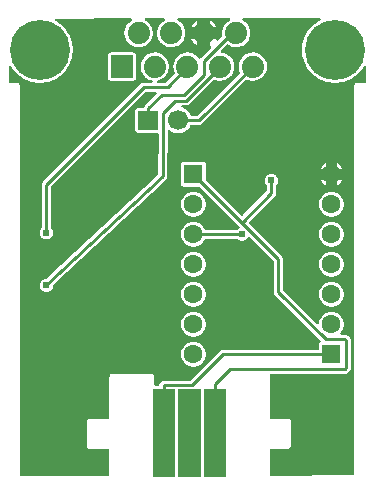
<source format=gbl>
G04 Layer: BottomLayer*
G04 EasyEDA v6.4.14, 2021-02-02T13:22:32--5:00*
G04 91b0255ed1064b2dbadafc5a096163c1,d79a69aa59da4e1fbb9b7d465b79b5da,10*
G04 Gerber Generator version 0.2*
G04 Scale: 100 percent, Rotated: No, Reflected: No *
G04 Dimensions in millimeters *
G04 leading zeros omitted , absolute positions ,4 integer and 5 decimal *
%FSLAX45Y45*%
%MOMM*%

%ADD11C,0.2600*%
%ADD13C,0.6100*%
%ADD14C,0.6150*%
%ADD20R,1.9000X7.5000*%
%ADD22C,1.8796*%
%ADD23C,5.0800*%
%ADD25C,1.7000*%
%ADD26R,1.6000X1.6000*%
%ADD27C,1.6000*%

%LPD*%
G36*
X127355Y25654D02*
G01*
X123494Y26416D01*
X120192Y28651D01*
X117957Y31902D01*
X117195Y35814D01*
X117195Y3326790D01*
X116433Y3333242D01*
X114350Y3338677D01*
X110845Y3343757D01*
X107797Y3346805D01*
X104241Y3349396D01*
X98755Y3351885D01*
X91389Y3353054D01*
X35814Y3353054D01*
X31902Y3353815D01*
X28651Y3356051D01*
X26416Y3359302D01*
X25654Y3363214D01*
X25654Y3488080D01*
X26619Y3492347D01*
X29260Y3495852D01*
X33121Y3497884D01*
X37490Y3498087D01*
X41554Y3496462D01*
X44551Y3493312D01*
X52933Y3479241D01*
X66344Y3460445D01*
X81280Y3442817D01*
X97637Y3426460D01*
X115265Y3411524D01*
X134061Y3398113D01*
X153924Y3386277D01*
X174701Y3376117D01*
X196240Y3367684D01*
X218389Y3361131D01*
X240995Y3356356D01*
X263906Y3353511D01*
X287020Y3352546D01*
X310134Y3353511D01*
X333044Y3356356D01*
X355650Y3361131D01*
X377799Y3367684D01*
X399338Y3376117D01*
X420116Y3386277D01*
X439978Y3398113D01*
X458774Y3411524D01*
X476402Y3426460D01*
X492759Y3442817D01*
X507695Y3460445D01*
X521106Y3479241D01*
X532942Y3499104D01*
X543102Y3519881D01*
X551535Y3541420D01*
X558088Y3563569D01*
X562864Y3586175D01*
X565708Y3609086D01*
X566674Y3632200D01*
X565708Y3655314D01*
X562864Y3678224D01*
X558088Y3700830D01*
X551535Y3722979D01*
X543102Y3744518D01*
X532942Y3765296D01*
X521106Y3785158D01*
X507695Y3803954D01*
X492759Y3821582D01*
X476402Y3837940D01*
X458774Y3852875D01*
X439978Y3866286D01*
X421233Y3877462D01*
X418084Y3880459D01*
X416407Y3884523D01*
X416661Y3888892D01*
X418693Y3892753D01*
X422148Y3895394D01*
X426415Y3896360D01*
X1059078Y3897680D01*
X1063447Y3896664D01*
X1067003Y3893870D01*
X1068984Y3889857D01*
X1069035Y3885336D01*
X1067104Y3881272D01*
X1062888Y3878021D01*
X1050594Y3869893D01*
X1039418Y3860292D01*
X1029512Y3849420D01*
X1020978Y3837432D01*
X1014018Y3824427D01*
X1008684Y3810711D01*
X1005078Y3796436D01*
X1003300Y3781806D01*
X1003300Y3767074D01*
X1005078Y3752443D01*
X1008684Y3738168D01*
X1014018Y3724452D01*
X1020978Y3711448D01*
X1029512Y3699459D01*
X1039418Y3688587D01*
X1050594Y3678986D01*
X1062888Y3670858D01*
X1076045Y3664305D01*
X1089964Y3659378D01*
X1104341Y3656228D01*
X1118971Y3654856D01*
X1133703Y3655314D01*
X1148283Y3657600D01*
X1162456Y3661613D01*
X1176020Y3667353D01*
X1188770Y3674719D01*
X1200505Y3683609D01*
X1211072Y3693871D01*
X1220317Y3705351D01*
X1228039Y3717848D01*
X1234236Y3731209D01*
X1238707Y3745280D01*
X1241399Y3759758D01*
X1242314Y3774440D01*
X1241399Y3789121D01*
X1238707Y3803599D01*
X1234236Y3817670D01*
X1228039Y3831031D01*
X1220317Y3843528D01*
X1211072Y3855008D01*
X1200505Y3865270D01*
X1188770Y3874160D01*
X1180439Y3878986D01*
X1177188Y3881932D01*
X1175512Y3885996D01*
X1175664Y3890365D01*
X1177696Y3894277D01*
X1181201Y3896969D01*
X1185468Y3897934D01*
X1337106Y3898239D01*
X1341475Y3897223D01*
X1345031Y3894429D01*
X1347012Y3890416D01*
X1347012Y3885895D01*
X1345133Y3881831D01*
X1341628Y3878986D01*
X1339748Y3878021D01*
X1327454Y3869893D01*
X1316278Y3860292D01*
X1306372Y3849420D01*
X1297838Y3837432D01*
X1290878Y3824427D01*
X1285544Y3810711D01*
X1281938Y3796436D01*
X1280160Y3781806D01*
X1280160Y3767074D01*
X1281938Y3752443D01*
X1285544Y3738168D01*
X1290878Y3724452D01*
X1297838Y3711448D01*
X1306372Y3699459D01*
X1316278Y3688587D01*
X1327454Y3678986D01*
X1339748Y3670858D01*
X1352905Y3664305D01*
X1366824Y3659378D01*
X1381201Y3656228D01*
X1395831Y3654856D01*
X1410563Y3655314D01*
X1425143Y3657600D01*
X1439316Y3661613D01*
X1452880Y3667353D01*
X1465630Y3674719D01*
X1477365Y3683609D01*
X1487932Y3693871D01*
X1497177Y3705351D01*
X1504899Y3717848D01*
X1511096Y3731209D01*
X1515567Y3745280D01*
X1518259Y3759758D01*
X1519174Y3774440D01*
X1518259Y3789121D01*
X1515567Y3803599D01*
X1511096Y3817670D01*
X1504899Y3831031D01*
X1497177Y3843528D01*
X1487932Y3855008D01*
X1477365Y3865270D01*
X1465630Y3874160D01*
X1456283Y3879545D01*
X1453032Y3882491D01*
X1451356Y3886555D01*
X1451559Y3890924D01*
X1453591Y3894836D01*
X1457045Y3897528D01*
X1461363Y3898493D01*
X1612544Y3898798D01*
X1616964Y3897833D01*
X1620469Y3895039D01*
X1621536Y3892905D01*
X1623466Y3895851D01*
X1626768Y3898036D01*
X1630680Y3898849D01*
X1717039Y3899001D01*
X1720900Y3898239D01*
X1724202Y3896055D01*
X1725930Y3893515D01*
X1726946Y3895394D01*
X1730400Y3898087D01*
X1734667Y3899052D01*
X1890572Y3899357D01*
X1894941Y3898392D01*
X1898497Y3895598D01*
X1900478Y3891534D01*
X1900529Y3887063D01*
X1898599Y3882948D01*
X1895093Y3880104D01*
X1890928Y3878021D01*
X1878634Y3869893D01*
X1867458Y3860292D01*
X1857552Y3849420D01*
X1849018Y3837432D01*
X1842058Y3824427D01*
X1836724Y3810711D01*
X1833118Y3796436D01*
X1831339Y3781806D01*
X1831339Y3767074D01*
X1833118Y3752850D01*
X1833016Y3749751D01*
X1832000Y3746855D01*
X1830222Y3744417D01*
X1798574Y3712768D01*
X1795221Y3710533D01*
X1791309Y3709822D01*
X1787347Y3710635D01*
X1784045Y3712921D01*
X1781911Y3716324D01*
X1781454Y3721100D01*
X1727200Y3721100D01*
X1727200Y3666896D01*
X1731314Y3666439D01*
X1734870Y3664407D01*
X1737360Y3661105D01*
X1738375Y3657092D01*
X1737664Y3653028D01*
X1735378Y3649573D01*
X1649425Y3563620D01*
X1647901Y3561740D01*
X1644345Y3558997D01*
X1639976Y3558032D01*
X1635607Y3559048D01*
X1632102Y3561842D01*
X1625092Y3570528D01*
X1614525Y3580790D01*
X1602790Y3589680D01*
X1590040Y3597046D01*
X1576476Y3602786D01*
X1562303Y3606800D01*
X1547723Y3609086D01*
X1532991Y3609543D01*
X1518361Y3608171D01*
X1503984Y3605022D01*
X1490065Y3600094D01*
X1476908Y3593541D01*
X1464614Y3585413D01*
X1453438Y3575812D01*
X1443532Y3564940D01*
X1434998Y3552951D01*
X1428038Y3539947D01*
X1422704Y3526231D01*
X1419098Y3511956D01*
X1417320Y3497326D01*
X1417320Y3482594D01*
X1419098Y3467963D01*
X1422704Y3453688D01*
X1428191Y3439566D01*
X1428851Y3435858D01*
X1428140Y3432149D01*
X1426108Y3428949D01*
X1357934Y3356559D01*
X1354531Y3354171D01*
X1350518Y3353358D01*
X1288796Y3353358D01*
X1284782Y3354171D01*
X1281379Y3356559D01*
X1279245Y3360115D01*
X1278686Y3364179D01*
X1279753Y3368141D01*
X1282395Y3371392D01*
X1286052Y3373272D01*
X1299616Y3377133D01*
X1313180Y3382873D01*
X1325930Y3390239D01*
X1337665Y3399129D01*
X1348232Y3409391D01*
X1357477Y3420872D01*
X1365199Y3433368D01*
X1371396Y3446729D01*
X1375867Y3460800D01*
X1378559Y3475278D01*
X1379474Y3489960D01*
X1378559Y3504641D01*
X1375867Y3519119D01*
X1371396Y3533190D01*
X1365199Y3546551D01*
X1357477Y3559048D01*
X1348232Y3570528D01*
X1337665Y3580790D01*
X1325930Y3589680D01*
X1313180Y3597046D01*
X1299616Y3602786D01*
X1285443Y3606800D01*
X1270863Y3609086D01*
X1256131Y3609543D01*
X1241501Y3608171D01*
X1227124Y3605022D01*
X1213205Y3600094D01*
X1200048Y3593541D01*
X1187754Y3585413D01*
X1176578Y3575812D01*
X1166672Y3564940D01*
X1158138Y3552951D01*
X1151178Y3539947D01*
X1145844Y3526231D01*
X1142238Y3511956D01*
X1140460Y3497326D01*
X1140460Y3482594D01*
X1142238Y3467963D01*
X1145844Y3453688D01*
X1151178Y3439972D01*
X1158138Y3426968D01*
X1166672Y3414979D01*
X1176578Y3404108D01*
X1187754Y3394506D01*
X1200048Y3386378D01*
X1213205Y3379825D01*
X1227124Y3374898D01*
X1233830Y3373424D01*
X1237691Y3371697D01*
X1240485Y3368548D01*
X1241755Y3364534D01*
X1241298Y3360369D01*
X1239215Y3356711D01*
X1235760Y3354222D01*
X1231646Y3353358D01*
X1168908Y3353358D01*
X1160881Y3352546D01*
X1153617Y3350361D01*
X1146962Y3346805D01*
X1140714Y3341674D01*
X315925Y2516886D01*
X310794Y2510637D01*
X307238Y2503982D01*
X305054Y2496718D01*
X304241Y2488692D01*
X304241Y2127402D01*
X303479Y2123541D01*
X301294Y2120239D01*
X299923Y2118868D01*
X294284Y2110841D01*
X290169Y2102002D01*
X287629Y2092553D01*
X286766Y2082800D01*
X287629Y2073046D01*
X290169Y2063597D01*
X294284Y2054758D01*
X299923Y2046732D01*
X306832Y2039823D01*
X314858Y2034184D01*
X323697Y2030069D01*
X333146Y2027529D01*
X342900Y2026666D01*
X352653Y2027529D01*
X362102Y2030069D01*
X370941Y2034184D01*
X378968Y2039823D01*
X385876Y2046732D01*
X391515Y2054758D01*
X395630Y2063597D01*
X398170Y2073046D01*
X399034Y2082800D01*
X398170Y2092553D01*
X395630Y2102002D01*
X391515Y2110841D01*
X385876Y2118868D01*
X384505Y2120239D01*
X382320Y2123541D01*
X381558Y2127402D01*
X381558Y2468981D01*
X382320Y2472893D01*
X384505Y2476144D01*
X1181455Y3273094D01*
X1184706Y3275279D01*
X1188618Y3276041D01*
X1266444Y3276041D01*
X1270355Y3275279D01*
X1273657Y3273094D01*
X1275842Y3269792D01*
X1276604Y3265881D01*
X1275842Y3262020D01*
X1273657Y3258718D01*
X1179525Y3164586D01*
X1174394Y3158337D01*
X1170838Y3151682D01*
X1169365Y3146907D01*
X1167282Y3143148D01*
X1163878Y3140608D01*
X1159662Y3139694D01*
X1122070Y3139694D01*
X1115822Y3138982D01*
X1110386Y3137103D01*
X1105560Y3134055D01*
X1101496Y3129991D01*
X1098448Y3125165D01*
X1096568Y3119729D01*
X1095857Y3113481D01*
X1095857Y2957118D01*
X1096568Y2950870D01*
X1098448Y2945434D01*
X1101496Y2940608D01*
X1105560Y2936544D01*
X1110386Y2933496D01*
X1115822Y2931617D01*
X1122070Y2930906D01*
X1282395Y2930906D01*
X1286306Y2930144D01*
X1289659Y2927908D01*
X1291844Y2924556D01*
X1292555Y2920593D01*
X1288237Y2582113D01*
X1287373Y2578150D01*
X1285036Y2574798D01*
X349148Y1697126D01*
X346354Y1695297D01*
X343052Y1694434D01*
X333146Y1693570D01*
X323697Y1691030D01*
X314858Y1686915D01*
X306832Y1681276D01*
X299923Y1674368D01*
X294284Y1666341D01*
X290169Y1657502D01*
X287629Y1648053D01*
X286766Y1638300D01*
X287629Y1628546D01*
X290169Y1619097D01*
X294284Y1610258D01*
X299923Y1602232D01*
X306832Y1595323D01*
X314858Y1589684D01*
X323697Y1585569D01*
X333146Y1583029D01*
X342900Y1582166D01*
X352653Y1583029D01*
X362102Y1585569D01*
X370941Y1589684D01*
X378968Y1595323D01*
X385876Y1602232D01*
X391515Y1610258D01*
X395630Y1619097D01*
X398170Y1628546D01*
X398627Y1634032D01*
X399643Y1637588D01*
X401828Y1640535D01*
X1352702Y2532278D01*
X1358036Y2538374D01*
X1361795Y2544927D01*
X1364234Y2552039D01*
X1365300Y2560878D01*
X1370177Y2945130D01*
X1371244Y2949498D01*
X1374089Y2953004D01*
X1378153Y2954934D01*
X1382623Y2954883D01*
X1386687Y2952953D01*
X1397203Y2944571D01*
X1409344Y2937205D01*
X1422298Y2931464D01*
X1435862Y2927451D01*
X1449882Y2925165D01*
X1464056Y2924708D01*
X1478178Y2926080D01*
X1491996Y2929229D01*
X1505305Y2934157D01*
X1517853Y2940710D01*
X1529486Y2948787D01*
X1539951Y2958338D01*
X1549146Y2969107D01*
X1556918Y2980994D01*
X1561642Y2990900D01*
X1563878Y2993948D01*
X1567078Y2995930D01*
X1570786Y2996641D01*
X1635251Y2996641D01*
X1643278Y2997454D01*
X1650542Y2999638D01*
X1657197Y3003194D01*
X1663446Y3008325D01*
X2032711Y3377590D01*
X2035860Y3379724D01*
X2039518Y3380536D01*
X2043277Y3379978D01*
X2057704Y3374898D01*
X2072081Y3371748D01*
X2086711Y3370376D01*
X2101443Y3370834D01*
X2116023Y3373120D01*
X2130196Y3377133D01*
X2143760Y3382873D01*
X2156510Y3390239D01*
X2168245Y3399129D01*
X2178812Y3409391D01*
X2188057Y3420872D01*
X2195779Y3433368D01*
X2201976Y3446729D01*
X2206447Y3460800D01*
X2209139Y3475278D01*
X2210054Y3489960D01*
X2209139Y3504641D01*
X2206447Y3519119D01*
X2201976Y3533190D01*
X2195779Y3546551D01*
X2188057Y3559048D01*
X2178812Y3570528D01*
X2168245Y3580790D01*
X2156510Y3589680D01*
X2143760Y3597046D01*
X2130196Y3602786D01*
X2116023Y3606800D01*
X2101443Y3609086D01*
X2086711Y3609543D01*
X2072081Y3608171D01*
X2057704Y3605022D01*
X2043785Y3600094D01*
X2030628Y3593541D01*
X2018334Y3585413D01*
X2007158Y3575812D01*
X1997252Y3564940D01*
X1988718Y3552951D01*
X1981758Y3539947D01*
X1976424Y3526231D01*
X1972818Y3511956D01*
X1971039Y3497326D01*
X1971039Y3482594D01*
X1972818Y3467963D01*
X1976424Y3453688D01*
X1980488Y3443274D01*
X1981149Y3439414D01*
X1980387Y3435604D01*
X1978202Y3432403D01*
X1622704Y3076905D01*
X1619402Y3074720D01*
X1615541Y3073958D01*
X1570786Y3073958D01*
X1567078Y3074670D01*
X1563878Y3076651D01*
X1561642Y3079699D01*
X1556918Y3089605D01*
X1549146Y3101492D01*
X1539951Y3112262D01*
X1529486Y3121812D01*
X1517853Y3129889D01*
X1505305Y3136442D01*
X1486763Y3143453D01*
X1483969Y3146602D01*
X1482699Y3150616D01*
X1483207Y3154781D01*
X1485290Y3158439D01*
X1488744Y3160877D01*
X1492808Y3161741D01*
X1523492Y3161741D01*
X1531518Y3162554D01*
X1538782Y3164738D01*
X1545437Y3168294D01*
X1551686Y3173425D01*
X1755851Y3377590D01*
X1759000Y3379724D01*
X1762658Y3380536D01*
X1766417Y3379978D01*
X1780844Y3374898D01*
X1795221Y3371748D01*
X1809851Y3370376D01*
X1824583Y3370834D01*
X1839163Y3373120D01*
X1853336Y3377133D01*
X1866900Y3382873D01*
X1879650Y3390239D01*
X1891385Y3399129D01*
X1901952Y3409391D01*
X1911197Y3420872D01*
X1918919Y3433368D01*
X1925116Y3446729D01*
X1929587Y3460800D01*
X1932279Y3475278D01*
X1933193Y3489960D01*
X1932279Y3504641D01*
X1929587Y3519119D01*
X1925116Y3533190D01*
X1918919Y3546551D01*
X1911197Y3559048D01*
X1901952Y3570528D01*
X1891385Y3580790D01*
X1879650Y3589680D01*
X1866900Y3597046D01*
X1853336Y3602786D01*
X1839163Y3606800D01*
X1826717Y3608730D01*
X1822602Y3610356D01*
X1819554Y3613607D01*
X1818182Y3617823D01*
X1818690Y3622192D01*
X1821078Y3625951D01*
X1870049Y3674922D01*
X1872894Y3676904D01*
X1876196Y3677818D01*
X1879650Y3677615D01*
X1882851Y3676192D01*
X1890928Y3670858D01*
X1904085Y3664305D01*
X1918004Y3659378D01*
X1932381Y3656228D01*
X1947011Y3654856D01*
X1961743Y3655314D01*
X1976323Y3657600D01*
X1990496Y3661613D01*
X2004060Y3667353D01*
X2016810Y3674719D01*
X2028545Y3683609D01*
X2039112Y3693871D01*
X2048357Y3705351D01*
X2056079Y3717848D01*
X2062276Y3731209D01*
X2066747Y3745280D01*
X2069439Y3759758D01*
X2070354Y3774440D01*
X2069439Y3789121D01*
X2066747Y3803599D01*
X2062276Y3817670D01*
X2056079Y3831031D01*
X2048357Y3843528D01*
X2039112Y3855008D01*
X2028545Y3865270D01*
X2016810Y3874160D01*
X2005482Y3880662D01*
X2002282Y3883609D01*
X2000605Y3887673D01*
X2000757Y3892092D01*
X2002789Y3896004D01*
X2006295Y3898646D01*
X2010562Y3899611D01*
X2656027Y3900982D01*
X2659837Y3900220D01*
X2663088Y3898137D01*
X2665323Y3894937D01*
X2666187Y3891178D01*
X2665577Y3887317D01*
X2663596Y3884015D01*
X2660497Y3881678D01*
X2653284Y3878122D01*
X2633421Y3866286D01*
X2614625Y3852875D01*
X2596997Y3837940D01*
X2580640Y3821582D01*
X2565704Y3803954D01*
X2552293Y3785158D01*
X2540457Y3765296D01*
X2530297Y3744518D01*
X2521864Y3722979D01*
X2515311Y3700830D01*
X2510536Y3678224D01*
X2507691Y3655314D01*
X2506726Y3632200D01*
X2507691Y3609086D01*
X2510536Y3586175D01*
X2515311Y3563569D01*
X2521864Y3541420D01*
X2530297Y3519881D01*
X2540457Y3499104D01*
X2552293Y3479241D01*
X2565704Y3460445D01*
X2580640Y3442817D01*
X2596997Y3426460D01*
X2614625Y3411524D01*
X2633421Y3398113D01*
X2653284Y3386277D01*
X2674061Y3376117D01*
X2695600Y3367684D01*
X2717749Y3361131D01*
X2740355Y3356356D01*
X2763266Y3353511D01*
X2786380Y3352546D01*
X2809494Y3353511D01*
X2832404Y3356356D01*
X2855010Y3361131D01*
X2877159Y3367684D01*
X2898698Y3376117D01*
X2919476Y3386277D01*
X2939338Y3398113D01*
X2958134Y3411524D01*
X2975762Y3426460D01*
X2992120Y3442817D01*
X3007055Y3460445D01*
X3020466Y3479241D01*
X3028848Y3493312D01*
X3031845Y3496462D01*
X3035909Y3498087D01*
X3040278Y3497884D01*
X3044139Y3495852D01*
X3046780Y3492347D01*
X3047746Y3488080D01*
X3047746Y3363214D01*
X3046984Y3359302D01*
X3044748Y3356051D01*
X3041497Y3353815D01*
X3037586Y3353054D01*
X2975508Y3353054D01*
X2969107Y3352292D01*
X2963621Y3350209D01*
X2958541Y3346704D01*
X2955493Y3343656D01*
X2952902Y3340100D01*
X2950413Y3334613D01*
X2949244Y3327247D01*
X2949244Y41198D01*
X2948482Y37287D01*
X2946298Y34036D01*
X2943047Y31800D01*
X2939186Y31038D01*
X2245664Y25908D01*
X2241753Y26670D01*
X2238451Y28854D01*
X2236216Y32156D01*
X2235454Y36068D01*
X2235454Y243586D01*
X2236216Y247497D01*
X2238451Y250748D01*
X2241702Y252984D01*
X2245614Y253746D01*
X2386990Y253746D01*
X2393442Y254508D01*
X2398877Y256590D01*
X2403957Y260096D01*
X2407005Y263144D01*
X2409596Y266700D01*
X2412085Y272186D01*
X2413254Y279552D01*
X2413254Y481990D01*
X2412492Y488442D01*
X2410409Y493877D01*
X2406904Y498957D01*
X2403856Y502005D01*
X2400300Y504596D01*
X2394813Y507085D01*
X2387447Y508254D01*
X2245614Y508254D01*
X2241702Y509016D01*
X2238451Y511251D01*
X2236216Y514502D01*
X2235454Y518414D01*
X2235454Y862990D01*
X2234692Y869442D01*
X2232660Y874674D01*
X2231999Y878535D01*
X2232863Y882345D01*
X2235098Y885545D01*
X2238349Y887679D01*
X2242159Y888441D01*
X2869692Y888441D01*
X2877718Y889253D01*
X2884982Y891438D01*
X2891637Y894994D01*
X2897886Y900125D01*
X2909874Y912114D01*
X2915005Y918362D01*
X2918561Y925017D01*
X2920746Y932281D01*
X2921558Y940308D01*
X2921558Y1167892D01*
X2920746Y1175918D01*
X2918561Y1183182D01*
X2915005Y1189837D01*
X2909874Y1196086D01*
X2897886Y1208074D01*
X2891637Y1213205D01*
X2884982Y1216761D01*
X2877718Y1218946D01*
X2869692Y1219758D01*
X2841040Y1219758D01*
X2837230Y1220470D01*
X2834030Y1222552D01*
X2831795Y1225702D01*
X2830880Y1229461D01*
X2831439Y1233271D01*
X2833420Y1236624D01*
X2839720Y1243787D01*
X2847390Y1255268D01*
X2853486Y1267663D01*
X2857957Y1280769D01*
X2860649Y1294333D01*
X2861513Y1308100D01*
X2860649Y1321866D01*
X2857957Y1335430D01*
X2853486Y1348536D01*
X2847390Y1360932D01*
X2839720Y1372412D01*
X2830576Y1382776D01*
X2820212Y1391920D01*
X2808732Y1399590D01*
X2796336Y1405686D01*
X2783230Y1410157D01*
X2769666Y1412849D01*
X2755900Y1413713D01*
X2742133Y1412849D01*
X2728569Y1410157D01*
X2715463Y1405686D01*
X2703068Y1399590D01*
X2691587Y1391920D01*
X2681224Y1382776D01*
X2672080Y1372412D01*
X2664409Y1360932D01*
X2658313Y1348536D01*
X2653842Y1335430D01*
X2651150Y1321866D01*
X2650794Y1316177D01*
X2649829Y1312468D01*
X2647543Y1309370D01*
X2644241Y1307338D01*
X2640431Y1306677D01*
X2636672Y1307490D01*
X2633472Y1309674D01*
X2349449Y1593697D01*
X2347264Y1596948D01*
X2346502Y1600860D01*
X2346502Y1857248D01*
X2345690Y1865274D01*
X2343505Y1872538D01*
X2339949Y1879193D01*
X2334818Y1885442D01*
X2059025Y2161235D01*
X2056841Y2164537D01*
X2056079Y2168398D01*
X2056841Y2172309D01*
X2059025Y2175560D01*
X2274874Y2391410D01*
X2280005Y2397658D01*
X2283561Y2404313D01*
X2285746Y2411577D01*
X2286558Y2419604D01*
X2286558Y2482697D01*
X2287320Y2486558D01*
X2289505Y2489860D01*
X2290876Y2491232D01*
X2296515Y2499258D01*
X2300630Y2508097D01*
X2303170Y2517546D01*
X2304034Y2527300D01*
X2303170Y2537053D01*
X2300630Y2546502D01*
X2296515Y2555341D01*
X2290876Y2563368D01*
X2283968Y2570276D01*
X2275941Y2575915D01*
X2267102Y2580030D01*
X2257653Y2582570D01*
X2247900Y2583434D01*
X2238146Y2582570D01*
X2228697Y2580030D01*
X2219858Y2575915D01*
X2211832Y2570276D01*
X2204923Y2563368D01*
X2199284Y2555341D01*
X2195169Y2546502D01*
X2192629Y2537053D01*
X2191766Y2527300D01*
X2192629Y2517546D01*
X2195169Y2508097D01*
X2199284Y2499258D01*
X2204923Y2491232D01*
X2206294Y2489860D01*
X2208479Y2486558D01*
X2209241Y2482697D01*
X2209241Y2439314D01*
X2208479Y2435453D01*
X2206294Y2432151D01*
X2004364Y2230272D01*
X2001062Y2228037D01*
X1997202Y2227275D01*
X1993290Y2228037D01*
X1990039Y2230272D01*
X1696110Y2524150D01*
X1693925Y2527452D01*
X1693164Y2531313D01*
X1693164Y2657551D01*
X1692452Y2663799D01*
X1690573Y2669184D01*
X1687525Y2674061D01*
X1683461Y2678125D01*
X1678584Y2681173D01*
X1673199Y2683052D01*
X1666951Y2683764D01*
X1508048Y2683764D01*
X1501800Y2683052D01*
X1496415Y2681173D01*
X1491538Y2678125D01*
X1487474Y2674061D01*
X1484426Y2669184D01*
X1482547Y2663799D01*
X1481836Y2657551D01*
X1481836Y2498648D01*
X1482547Y2492400D01*
X1484426Y2487015D01*
X1487474Y2482138D01*
X1491538Y2478074D01*
X1496415Y2475026D01*
X1501800Y2473147D01*
X1508048Y2472436D01*
X1634286Y2472436D01*
X1638147Y2471674D01*
X1641449Y2469489D01*
X1975256Y2135632D01*
X1977440Y2132431D01*
X1978253Y2128672D01*
X1977593Y2124811D01*
X1975510Y2121560D01*
X1963166Y2113076D01*
X1961794Y2111705D01*
X1958492Y2109520D01*
X1954631Y2108758D01*
X1692300Y2108758D01*
X1688592Y2109419D01*
X1685391Y2111400D01*
X1683156Y2114397D01*
X1678990Y2122932D01*
X1671320Y2134412D01*
X1662175Y2144776D01*
X1651812Y2153920D01*
X1640332Y2161590D01*
X1627936Y2167686D01*
X1614830Y2172106D01*
X1601266Y2174798D01*
X1587500Y2175713D01*
X1573733Y2174798D01*
X1560169Y2172106D01*
X1547063Y2167686D01*
X1534668Y2161590D01*
X1523187Y2153920D01*
X1512824Y2144776D01*
X1503680Y2134412D01*
X1496009Y2122932D01*
X1489913Y2110536D01*
X1485442Y2097430D01*
X1482750Y2083866D01*
X1481886Y2070100D01*
X1482750Y2056282D01*
X1485442Y2042769D01*
X1489913Y2029663D01*
X1496009Y2017268D01*
X1503680Y2005787D01*
X1512824Y1995424D01*
X1523187Y1986280D01*
X1534668Y1978609D01*
X1547063Y1972513D01*
X1560169Y1968042D01*
X1573733Y1965350D01*
X1587500Y1964436D01*
X1601266Y1965350D01*
X1614830Y1968042D01*
X1627936Y1972513D01*
X1640332Y1978609D01*
X1651812Y1986280D01*
X1662175Y1995424D01*
X1671320Y2005787D01*
X1678990Y2017268D01*
X1683156Y2025802D01*
X1685442Y2028799D01*
X1688592Y2030730D01*
X1692300Y2031441D01*
X1954631Y2031441D01*
X1958492Y2030679D01*
X1961794Y2028494D01*
X1963166Y2027123D01*
X1971192Y2021484D01*
X1980031Y2017369D01*
X1989480Y2014829D01*
X1999234Y2013966D01*
X2008987Y2014829D01*
X2018436Y2017369D01*
X2027275Y2021484D01*
X2035302Y2027123D01*
X2042210Y2034032D01*
X2050694Y2046376D01*
X2053945Y2048459D01*
X2057806Y2049119D01*
X2061565Y2048306D01*
X2064766Y2046122D01*
X2266238Y1844700D01*
X2268423Y1841449D01*
X2269185Y1837537D01*
X2269185Y1581150D01*
X2269998Y1573123D01*
X2272182Y1565859D01*
X2275738Y1559204D01*
X2280869Y1552956D01*
X2663088Y1170736D01*
X2665120Y1167739D01*
X2666034Y1164234D01*
X2665628Y1160627D01*
X2663952Y1157427D01*
X2659938Y1154125D01*
X2655874Y1150061D01*
X2652826Y1145184D01*
X2650947Y1139799D01*
X2650236Y1133551D01*
X2650236Y1102918D01*
X2649474Y1099007D01*
X2647289Y1095705D01*
X2643987Y1093520D01*
X2640076Y1092758D01*
X1839468Y1092758D01*
X1831441Y1091946D01*
X1824177Y1089761D01*
X1817522Y1086205D01*
X1811274Y1081074D01*
X1563014Y832815D01*
X1559763Y830630D01*
X1555851Y829868D01*
X1337818Y829868D01*
X1329791Y829056D01*
X1322527Y826871D01*
X1315872Y823315D01*
X1310030Y818489D01*
X1305204Y812647D01*
X1301648Y805992D01*
X1299464Y798728D01*
X1298244Y793343D01*
X1295958Y790397D01*
X1292809Y788416D01*
X1289151Y787755D01*
X1267714Y787755D01*
X1263802Y788517D01*
X1260551Y790752D01*
X1258316Y794004D01*
X1257554Y797915D01*
X1257554Y862990D01*
X1256792Y869442D01*
X1254709Y874877D01*
X1251204Y879957D01*
X1248156Y883005D01*
X1244600Y885596D01*
X1239113Y888085D01*
X1231747Y889253D01*
X902309Y889253D01*
X895858Y888492D01*
X890422Y886409D01*
X885342Y882903D01*
X882294Y879856D01*
X879703Y876300D01*
X877214Y870813D01*
X876046Y863447D01*
X876046Y518414D01*
X875284Y514502D01*
X873048Y511251D01*
X869797Y509016D01*
X865886Y508254D01*
X711809Y508254D01*
X705358Y507492D01*
X699922Y505409D01*
X694842Y501904D01*
X691794Y498856D01*
X689203Y495300D01*
X686714Y489813D01*
X685546Y482447D01*
X685546Y280009D01*
X686308Y273558D01*
X688390Y268122D01*
X691896Y263042D01*
X694944Y259994D01*
X698500Y257403D01*
X703986Y254914D01*
X711352Y253746D01*
X865886Y253746D01*
X869797Y252984D01*
X873048Y250748D01*
X875284Y247497D01*
X876046Y243586D01*
X876046Y35814D01*
X875284Y31902D01*
X873048Y28651D01*
X869797Y26416D01*
X865886Y25654D01*
G37*

%LPC*%
G36*
X1587500Y948436D02*
G01*
X1601266Y949350D01*
X1614830Y952042D01*
X1627936Y956513D01*
X1640332Y962609D01*
X1651812Y970280D01*
X1662175Y979424D01*
X1671320Y989787D01*
X1678990Y1001268D01*
X1685086Y1013663D01*
X1689557Y1026769D01*
X1692249Y1040282D01*
X1693113Y1054100D01*
X1692249Y1067866D01*
X1689557Y1081430D01*
X1685086Y1094536D01*
X1678990Y1106932D01*
X1671320Y1118412D01*
X1662175Y1128776D01*
X1651812Y1137920D01*
X1640332Y1145590D01*
X1627936Y1151686D01*
X1614830Y1156106D01*
X1601266Y1158798D01*
X1587500Y1159713D01*
X1573733Y1158798D01*
X1560169Y1156106D01*
X1547063Y1151686D01*
X1534668Y1145590D01*
X1523187Y1137920D01*
X1512824Y1128776D01*
X1503680Y1118412D01*
X1496009Y1106932D01*
X1489913Y1094536D01*
X1485442Y1081430D01*
X1482750Y1067866D01*
X1481886Y1054100D01*
X1482750Y1040282D01*
X1485442Y1026769D01*
X1489913Y1013663D01*
X1496009Y1001268D01*
X1503680Y989787D01*
X1512824Y979424D01*
X1523187Y970280D01*
X1534668Y962609D01*
X1547063Y956513D01*
X1560169Y952042D01*
X1573733Y949350D01*
G37*
G36*
X1587500Y1202436D02*
G01*
X1601266Y1203350D01*
X1614830Y1206042D01*
X1627936Y1210513D01*
X1640332Y1216609D01*
X1651812Y1224280D01*
X1662175Y1233424D01*
X1671320Y1243787D01*
X1678990Y1255268D01*
X1685086Y1267663D01*
X1689557Y1280769D01*
X1692249Y1294282D01*
X1693113Y1308100D01*
X1692249Y1321866D01*
X1689557Y1335430D01*
X1685086Y1348536D01*
X1678990Y1360932D01*
X1671320Y1372412D01*
X1662175Y1382776D01*
X1651812Y1391920D01*
X1640332Y1399590D01*
X1627936Y1405686D01*
X1614830Y1410106D01*
X1601266Y1412798D01*
X1587500Y1413713D01*
X1573733Y1412798D01*
X1560169Y1410106D01*
X1547063Y1405686D01*
X1534668Y1399590D01*
X1523187Y1391920D01*
X1512824Y1382776D01*
X1503680Y1372412D01*
X1496009Y1360932D01*
X1489913Y1348536D01*
X1485442Y1335430D01*
X1482750Y1321866D01*
X1481886Y1308100D01*
X1482750Y1294282D01*
X1485442Y1280769D01*
X1489913Y1267663D01*
X1496009Y1255268D01*
X1503680Y1243787D01*
X1512824Y1233424D01*
X1523187Y1224280D01*
X1534668Y1216609D01*
X1547063Y1210513D01*
X1560169Y1206042D01*
X1573733Y1203350D01*
G37*
G36*
X1587500Y1456436D02*
G01*
X1601266Y1457350D01*
X1614830Y1460042D01*
X1627936Y1464513D01*
X1640332Y1470609D01*
X1651812Y1478280D01*
X1662175Y1487424D01*
X1671320Y1497787D01*
X1678990Y1509268D01*
X1685086Y1521663D01*
X1689557Y1534769D01*
X1692249Y1548282D01*
X1693113Y1562100D01*
X1692249Y1575866D01*
X1689557Y1589430D01*
X1685086Y1602536D01*
X1678990Y1614932D01*
X1671320Y1626412D01*
X1662175Y1636776D01*
X1651812Y1645920D01*
X1640332Y1653590D01*
X1627936Y1659686D01*
X1614830Y1664106D01*
X1601266Y1666798D01*
X1587500Y1667713D01*
X1573733Y1666798D01*
X1560169Y1664106D01*
X1547063Y1659686D01*
X1534668Y1653590D01*
X1523187Y1645920D01*
X1512824Y1636776D01*
X1503680Y1626412D01*
X1496009Y1614932D01*
X1489913Y1602536D01*
X1485442Y1589430D01*
X1482750Y1575866D01*
X1481886Y1562100D01*
X1482750Y1548282D01*
X1485442Y1534769D01*
X1489913Y1521663D01*
X1496009Y1509268D01*
X1503680Y1497787D01*
X1512824Y1487424D01*
X1523187Y1478280D01*
X1534668Y1470609D01*
X1547063Y1464513D01*
X1560169Y1460042D01*
X1573733Y1457350D01*
G37*
G36*
X2755900Y1456486D02*
G01*
X2769666Y1457401D01*
X2783230Y1460093D01*
X2796336Y1464513D01*
X2808732Y1470609D01*
X2820212Y1478280D01*
X2830576Y1487424D01*
X2839720Y1497787D01*
X2847390Y1509268D01*
X2853486Y1521663D01*
X2857957Y1534769D01*
X2860649Y1548333D01*
X2861513Y1562100D01*
X2860649Y1575917D01*
X2857957Y1589430D01*
X2853486Y1602536D01*
X2847390Y1614932D01*
X2839720Y1626412D01*
X2830576Y1636776D01*
X2820212Y1645920D01*
X2808732Y1653590D01*
X2796336Y1659686D01*
X2783230Y1664157D01*
X2769666Y1666849D01*
X2755900Y1667764D01*
X2742133Y1666849D01*
X2728569Y1664157D01*
X2715463Y1659686D01*
X2703068Y1653590D01*
X2691587Y1645920D01*
X2681224Y1636776D01*
X2672080Y1626412D01*
X2664409Y1614932D01*
X2658313Y1602536D01*
X2653842Y1589430D01*
X2651150Y1575917D01*
X2650286Y1562100D01*
X2651150Y1548333D01*
X2653842Y1534769D01*
X2658313Y1521663D01*
X2664409Y1509268D01*
X2672080Y1497787D01*
X2681224Y1487424D01*
X2691587Y1478280D01*
X2703068Y1470609D01*
X2715463Y1464513D01*
X2728569Y1460093D01*
X2742133Y1457401D01*
G37*
G36*
X1587500Y1710436D02*
G01*
X1601266Y1711350D01*
X1614830Y1714042D01*
X1627936Y1718513D01*
X1640332Y1724609D01*
X1651812Y1732280D01*
X1662175Y1741424D01*
X1671320Y1751787D01*
X1678990Y1763268D01*
X1685086Y1775663D01*
X1689557Y1788769D01*
X1692249Y1802282D01*
X1693113Y1816100D01*
X1692249Y1829866D01*
X1689557Y1843430D01*
X1685086Y1856536D01*
X1678990Y1868932D01*
X1671320Y1880412D01*
X1662175Y1890775D01*
X1651812Y1899920D01*
X1640332Y1907590D01*
X1627936Y1913686D01*
X1614830Y1918106D01*
X1601266Y1920798D01*
X1587500Y1921713D01*
X1573733Y1920798D01*
X1560169Y1918106D01*
X1547063Y1913686D01*
X1534668Y1907590D01*
X1523187Y1899920D01*
X1512824Y1890775D01*
X1503680Y1880412D01*
X1496009Y1868932D01*
X1489913Y1856536D01*
X1485442Y1843430D01*
X1482750Y1829866D01*
X1481886Y1816100D01*
X1482750Y1802282D01*
X1485442Y1788769D01*
X1489913Y1775663D01*
X1496009Y1763268D01*
X1503680Y1751787D01*
X1512824Y1741424D01*
X1523187Y1732280D01*
X1534668Y1724609D01*
X1547063Y1718513D01*
X1560169Y1714042D01*
X1573733Y1711350D01*
G37*
G36*
X2755900Y1710486D02*
G01*
X2769666Y1711401D01*
X2783230Y1714093D01*
X2796336Y1718513D01*
X2808732Y1724609D01*
X2820212Y1732280D01*
X2830576Y1741424D01*
X2839720Y1751787D01*
X2847390Y1763268D01*
X2853486Y1775663D01*
X2857957Y1788769D01*
X2860649Y1802333D01*
X2861513Y1816100D01*
X2860649Y1829917D01*
X2857957Y1843430D01*
X2853486Y1856536D01*
X2847390Y1868932D01*
X2839720Y1880412D01*
X2830576Y1890775D01*
X2820212Y1899920D01*
X2808732Y1907590D01*
X2796336Y1913686D01*
X2783230Y1918157D01*
X2769666Y1920849D01*
X2755900Y1921764D01*
X2742133Y1920849D01*
X2728569Y1918157D01*
X2715463Y1913686D01*
X2703068Y1907590D01*
X2691587Y1899920D01*
X2681224Y1890775D01*
X2672080Y1880412D01*
X2664409Y1868932D01*
X2658313Y1856536D01*
X2653842Y1843430D01*
X2651150Y1829917D01*
X2650286Y1816100D01*
X2651150Y1802333D01*
X2653842Y1788769D01*
X2658313Y1775663D01*
X2664409Y1763268D01*
X2672080Y1751787D01*
X2681224Y1741424D01*
X2691587Y1732280D01*
X2703068Y1724609D01*
X2715463Y1718513D01*
X2728569Y1714093D01*
X2742133Y1711401D01*
G37*
G36*
X2755900Y1964486D02*
G01*
X2769666Y1965401D01*
X2783230Y1968093D01*
X2796336Y1972513D01*
X2808732Y1978609D01*
X2820212Y1986280D01*
X2830576Y1995424D01*
X2839720Y2005787D01*
X2847390Y2017268D01*
X2853486Y2029663D01*
X2857957Y2042769D01*
X2860649Y2056333D01*
X2861513Y2070100D01*
X2860649Y2083917D01*
X2857957Y2097430D01*
X2853486Y2110536D01*
X2847390Y2122932D01*
X2839720Y2134412D01*
X2830576Y2144776D01*
X2820212Y2153920D01*
X2808732Y2161590D01*
X2796336Y2167686D01*
X2783230Y2172157D01*
X2769666Y2174849D01*
X2755900Y2175764D01*
X2742133Y2174849D01*
X2728569Y2172157D01*
X2715463Y2167686D01*
X2703068Y2161590D01*
X2691587Y2153920D01*
X2681224Y2144776D01*
X2672080Y2134412D01*
X2664409Y2122932D01*
X2658313Y2110536D01*
X2653842Y2097430D01*
X2651150Y2083917D01*
X2650286Y2070100D01*
X2651150Y2056333D01*
X2653842Y2042769D01*
X2658313Y2029663D01*
X2664409Y2017268D01*
X2672080Y2005787D01*
X2681224Y1995424D01*
X2691587Y1986280D01*
X2703068Y1978609D01*
X2715463Y1972513D01*
X2728569Y1968093D01*
X2742133Y1965401D01*
G37*
G36*
X2755900Y2218486D02*
G01*
X2769666Y2219401D01*
X2783230Y2222093D01*
X2796336Y2226513D01*
X2808732Y2232609D01*
X2820212Y2240280D01*
X2830576Y2249424D01*
X2839720Y2259787D01*
X2847390Y2271268D01*
X2853486Y2283663D01*
X2857957Y2296769D01*
X2860649Y2310333D01*
X2861513Y2324100D01*
X2860649Y2337917D01*
X2857957Y2351430D01*
X2853486Y2364536D01*
X2847390Y2376932D01*
X2839720Y2388412D01*
X2830576Y2398776D01*
X2820212Y2407920D01*
X2808732Y2415590D01*
X2796336Y2421686D01*
X2783230Y2426157D01*
X2769666Y2428849D01*
X2755900Y2429764D01*
X2742133Y2428849D01*
X2728569Y2426157D01*
X2715463Y2421686D01*
X2703068Y2415590D01*
X2691587Y2407920D01*
X2681224Y2398776D01*
X2672080Y2388412D01*
X2664409Y2376932D01*
X2658313Y2364536D01*
X2653842Y2351430D01*
X2651150Y2337917D01*
X2650286Y2324100D01*
X2651150Y2310333D01*
X2653842Y2296769D01*
X2658313Y2283663D01*
X2664409Y2271268D01*
X2672080Y2259787D01*
X2681224Y2249424D01*
X2691587Y2240280D01*
X2703068Y2232609D01*
X2715463Y2226513D01*
X2728569Y2222093D01*
X2742133Y2219401D01*
G37*
G36*
X1587500Y2218486D02*
G01*
X1601266Y2219350D01*
X1614830Y2222042D01*
X1627936Y2226513D01*
X1640332Y2232609D01*
X1651812Y2240280D01*
X1662175Y2249424D01*
X1671320Y2259787D01*
X1678990Y2271268D01*
X1685086Y2283663D01*
X1689557Y2296769D01*
X1692249Y2310333D01*
X1693113Y2324100D01*
X1692249Y2337866D01*
X1689557Y2351430D01*
X1685086Y2364536D01*
X1678990Y2376932D01*
X1671320Y2388412D01*
X1662175Y2398776D01*
X1651812Y2407920D01*
X1640332Y2415590D01*
X1627936Y2421686D01*
X1614830Y2426106D01*
X1601266Y2428849D01*
X1587500Y2429713D01*
X1573733Y2428849D01*
X1560169Y2426106D01*
X1547063Y2421686D01*
X1534668Y2415590D01*
X1523187Y2407920D01*
X1512824Y2398776D01*
X1503680Y2388412D01*
X1496009Y2376932D01*
X1489913Y2364536D01*
X1485442Y2351430D01*
X1482750Y2337866D01*
X1481886Y2324100D01*
X1482750Y2310333D01*
X1485442Y2296769D01*
X1489913Y2283663D01*
X1496009Y2271268D01*
X1503680Y2259787D01*
X1512824Y2249424D01*
X1523187Y2240280D01*
X1534668Y2232609D01*
X1547063Y2226513D01*
X1560169Y2222042D01*
X1573733Y2219350D01*
G37*
G36*
X2802229Y2483459D02*
G01*
X2808732Y2486609D01*
X2820212Y2494280D01*
X2830576Y2503424D01*
X2839720Y2513787D01*
X2847390Y2525268D01*
X2850591Y2531770D01*
X2802229Y2531770D01*
G37*
G36*
X2709570Y2483459D02*
G01*
X2709570Y2531770D01*
X2661208Y2531770D01*
X2664409Y2525268D01*
X2672080Y2513787D01*
X2681224Y2503424D01*
X2691587Y2494280D01*
X2703068Y2486609D01*
G37*
G36*
X2661208Y2624480D02*
G01*
X2709570Y2624480D01*
X2709570Y2672791D01*
X2703068Y2669590D01*
X2691587Y2661920D01*
X2681224Y2652776D01*
X2672080Y2642412D01*
X2664409Y2630932D01*
G37*
G36*
X2802229Y2624480D02*
G01*
X2850591Y2624480D01*
X2847390Y2630932D01*
X2839720Y2642412D01*
X2830576Y2652776D01*
X2820212Y2661920D01*
X2808732Y2669590D01*
X2802229Y2672791D01*
G37*
G36*
X889558Y3370326D02*
G01*
X1076401Y3370326D01*
X1082649Y3371037D01*
X1088085Y3372916D01*
X1092911Y3375964D01*
X1096975Y3380028D01*
X1100023Y3384854D01*
X1101902Y3390290D01*
X1102614Y3396538D01*
X1102614Y3583381D01*
X1101902Y3589629D01*
X1100023Y3595065D01*
X1096975Y3599891D01*
X1092911Y3603955D01*
X1088085Y3607003D01*
X1082649Y3608882D01*
X1076401Y3609594D01*
X889558Y3609594D01*
X883310Y3608882D01*
X877874Y3607003D01*
X873048Y3603955D01*
X868984Y3599891D01*
X865936Y3595065D01*
X864057Y3589629D01*
X863346Y3583381D01*
X863346Y3396538D01*
X864057Y3390290D01*
X865936Y3384854D01*
X868984Y3380028D01*
X873048Y3375964D01*
X877874Y3372916D01*
X883310Y3371037D01*
G37*
G36*
X1620520Y3667607D02*
G01*
X1620520Y3721100D01*
X1566976Y3721100D01*
X1572158Y3711448D01*
X1580692Y3699459D01*
X1590598Y3688587D01*
X1601774Y3678986D01*
X1614068Y3670858D01*
G37*
G36*
X1727200Y3827779D02*
G01*
X1780743Y3827779D01*
X1779219Y3831031D01*
X1771497Y3843528D01*
X1762252Y3855008D01*
X1751685Y3865270D01*
X1739950Y3874160D01*
X1729638Y3880104D01*
X1727200Y3882339D01*
G37*
G36*
X1566976Y3827779D02*
G01*
X1620520Y3827779D01*
X1620520Y3882339D01*
X1617116Y3879545D01*
X1614068Y3878021D01*
X1601774Y3869893D01*
X1590598Y3860292D01*
X1580692Y3849420D01*
X1572158Y3837432D01*
G37*

%LPD*%
G36*
X1461008Y762000D02*
G01*
X1461008Y11988D01*
X1651000Y11988D01*
X1651000Y762000D01*
G37*
D11*
X1771904Y387095D02*
G01*
X1771904Y804163D01*
X1894840Y927100D01*
X2870200Y927100D01*
X2882900Y939800D01*
X2882900Y1168400D01*
X2870200Y1181100D01*
X2707386Y1181100D01*
X2307843Y1580642D01*
X2307843Y1857755D01*
X1997202Y2168397D01*
X1536700Y3489960D02*
G01*
X1371600Y3314700D01*
X1168400Y3314700D01*
X342900Y2489200D01*
X342900Y2082800D01*
X1206500Y3035300D02*
G01*
X1206500Y3136900D01*
X1320800Y3251200D01*
X1511300Y3251200D01*
X1676400Y3416300D01*
X1676400Y3535934D01*
X1914906Y3774439D01*
X1950720Y3774439D01*
X1813559Y3489960D02*
G01*
X1524000Y3200400D01*
X1435100Y3200400D01*
X1333500Y3098800D01*
X1326642Y2560828D01*
X342900Y1638300D01*
X2755900Y1054100D02*
G01*
X1838959Y1054100D01*
X1576070Y791210D01*
X1337310Y791210D01*
X1997202Y2168397D02*
G01*
X1587500Y2578100D01*
X1460500Y3035300D02*
G01*
X1635757Y3035300D01*
X2090414Y3489957D01*
X1997199Y2168400D02*
G01*
X2247900Y2419101D01*
X2247900Y2527300D01*
X1337310Y387095D02*
G01*
X1337310Y791210D01*
X1587500Y2070100D02*
G01*
X1999234Y2070100D01*
D20*
G01*
X1771904Y387095D03*
G01*
X1337310Y387095D03*
G36*
X889000Y3583939D02*
G01*
X1076960Y3583939D01*
X1076960Y3395979D01*
X889000Y3395979D01*
G37*
D22*
G01*
X1259839Y3489960D03*
G01*
X1536700Y3489960D03*
G01*
X1813559Y3489960D03*
G01*
X2090420Y3489960D03*
G01*
X1122679Y3774439D03*
G01*
X1399539Y3774439D03*
G01*
X1673860Y3774439D03*
G01*
X1950720Y3774439D03*
D23*
G01*
X287020Y3632200D03*
G01*
X2786379Y3632200D03*
G36*
X1121501Y3114039D02*
G01*
X1291501Y3114039D01*
X1291501Y2956560D01*
X1121501Y2956560D01*
G37*
D25*
G01*
X1460500Y3035300D03*
D26*
G01*
X1587500Y2578100D03*
D27*
G01*
X1587500Y2324100D03*
G01*
X1587500Y2070100D03*
G01*
X1587500Y1816100D03*
G01*
X1587500Y1562100D03*
G01*
X1587500Y1308100D03*
G01*
X1587500Y1054100D03*
D26*
G01*
X2755900Y1054100D03*
D27*
G01*
X2755900Y1308100D03*
G01*
X2755900Y1562100D03*
G01*
X2755900Y1816100D03*
G01*
X2755900Y2070100D03*
G01*
X2755900Y2324100D03*
G01*
X2755900Y2578100D03*
D13*
G01*
X2247900Y2527300D03*
G01*
X1999234Y2070100D03*
G01*
X342900Y1638300D03*
G01*
X342900Y2082800D03*
D14*
G01*
X825500Y2806700D03*
G01*
X1016000Y1041400D03*
G01*
X2501900Y736600D03*
G01*
X279400Y165100D03*
M02*

</source>
